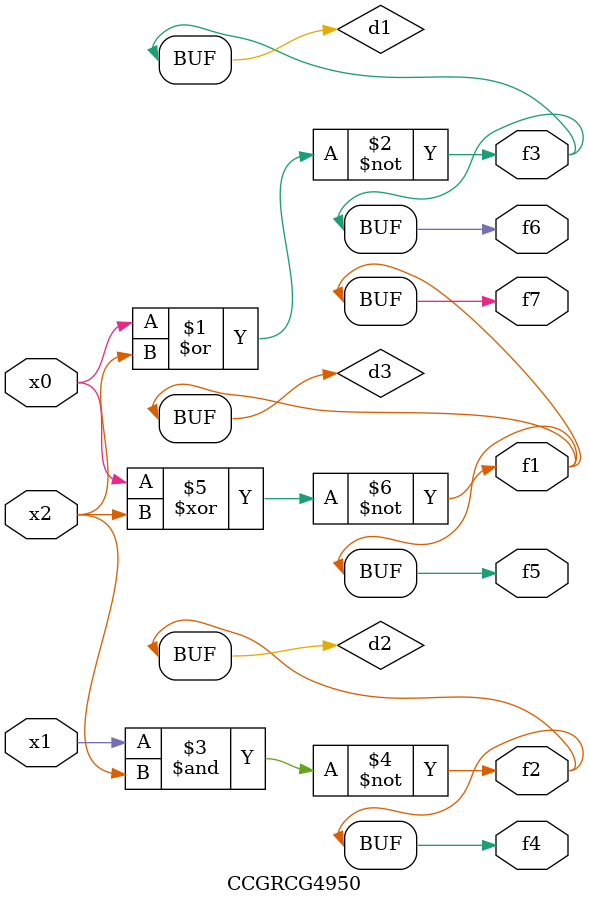
<source format=v>
module CCGRCG4950(
	input x0, x1, x2,
	output f1, f2, f3, f4, f5, f6, f7
);

	wire d1, d2, d3;

	nor (d1, x0, x2);
	nand (d2, x1, x2);
	xnor (d3, x0, x2);
	assign f1 = d3;
	assign f2 = d2;
	assign f3 = d1;
	assign f4 = d2;
	assign f5 = d3;
	assign f6 = d1;
	assign f7 = d3;
endmodule

</source>
